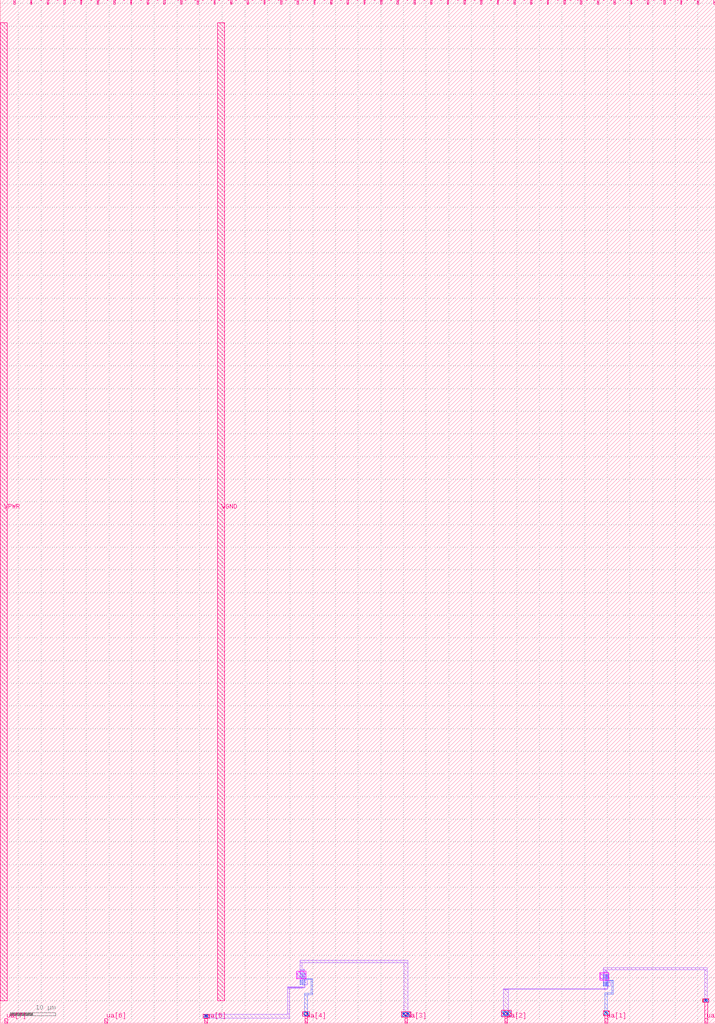
<source format=lef>
VERSION 5.7 ;
  NOWIREEXTENSIONATPIN ON ;
  DIVIDERCHAR "/" ;
  BUSBITCHARS "[]" ;
MACRO tt_um_ardratag_tt_relu
  CLASS BLOCK ;
  FOREIGN tt_um_ardratag_tt_relu ;
  ORIGIN -1.000 0.000 ;
  SIZE 157.850 BY 225.760 ;
  PIN clk
    DIRECTION INPUT ;
    USE SIGNAL ;
    PORT
      LAYER met4 ;
        RECT 154.870 224.760 155.170 225.760 ;
    END
  END clk
  PIN ena
    DIRECTION INPUT ;
    USE SIGNAL ;
    PORT
      LAYER met4 ;
        RECT 158.550 224.760 158.850 225.760 ;
    END
  END ena
  PIN rst_n
    DIRECTION INPUT ;
    USE SIGNAL ;
    PORT
      LAYER met4 ;
        RECT 151.190 224.760 151.490 225.760 ;
    END
  END rst_n
  PIN ua[0]
    DIRECTION INOUT ;
    USE SIGNAL ;
    PORT
      LAYER met4 ;
        RECT 156.560 0.000 157.160 1.000 ;
    END
  END ua[0]
  PIN ua[1]
    DIRECTION INOUT ;
    USE SIGNAL ;
    PORT
      LAYER met4 ;
        RECT 134.480 0.000 135.080 1.000 ;
    END
  END ua[1]
  PIN ua[2]
    DIRECTION INOUT ;
    USE SIGNAL ;
    PORT
      LAYER met4 ;
        RECT 112.400 0.000 113.000 1.000 ;
    END
  END ua[2]
  PIN ua[3]
    DIRECTION INOUT ;
    USE SIGNAL ;
    PORT
      LAYER met4 ;
        RECT 90.320 0.000 90.920 1.000 ;
    END
  END ua[3]
  PIN ua[4]
    DIRECTION INOUT ;
    USE SIGNAL ;
    PORT
      LAYER met4 ;
        RECT 68.240 0.000 68.840 1.000 ;
    END
  END ua[4]
  PIN ua[5]
    DIRECTION INOUT ;
    USE SIGNAL ;
    PORT
      LAYER met4 ;
        RECT 46.160 0.000 46.760 1.000 ;
    END
  END ua[5]
  PIN ua[6]
    DIRECTION INOUT ;
    USE SIGNAL ;
    PORT
      LAYER met4 ;
        RECT 24.080 0.000 24.680 1.000 ;
    END
  END ua[6]
  PIN ua[7]
    DIRECTION INOUT ;
    USE SIGNAL ;
    PORT
      LAYER met4 ;
        RECT 2.000 0.000 2.600 1.000 ;
    END
  END ua[7]
  PIN ui_in[0]
    DIRECTION INPUT ;
    USE SIGNAL ;
    PORT
      LAYER met4 ;
        RECT 147.510 224.760 147.810 225.760 ;
    END
  END ui_in[0]
  PIN ui_in[1]
    DIRECTION INPUT ;
    USE SIGNAL ;
    PORT
      LAYER met4 ;
        RECT 143.830 224.760 144.130 225.760 ;
    END
  END ui_in[1]
  PIN ui_in[2]
    DIRECTION INPUT ;
    USE SIGNAL ;
    PORT
      LAYER met4 ;
        RECT 140.150 224.760 140.450 225.760 ;
    END
  END ui_in[2]
  PIN ui_in[3]
    DIRECTION INPUT ;
    USE SIGNAL ;
    PORT
      LAYER met4 ;
        RECT 136.470 224.760 136.770 225.760 ;
    END
  END ui_in[3]
  PIN ui_in[4]
    DIRECTION INPUT ;
    USE SIGNAL ;
    PORT
      LAYER met4 ;
        RECT 132.790 224.760 133.090 225.760 ;
    END
  END ui_in[4]
  PIN ui_in[5]
    DIRECTION INPUT ;
    USE SIGNAL ;
    PORT
      LAYER met4 ;
        RECT 129.110 224.760 129.410 225.760 ;
    END
  END ui_in[5]
  PIN ui_in[6]
    DIRECTION INPUT ;
    USE SIGNAL ;
    PORT
      LAYER met4 ;
        RECT 125.430 224.760 125.730 225.760 ;
    END
  END ui_in[6]
  PIN ui_in[7]
    DIRECTION INPUT ;
    USE SIGNAL ;
    PORT
      LAYER met4 ;
        RECT 121.750 224.760 122.050 225.760 ;
    END
  END ui_in[7]
  PIN uio_in[0]
    DIRECTION INPUT ;
    USE SIGNAL ;
    PORT
      LAYER met4 ;
        RECT 118.070 224.760 118.370 225.760 ;
    END
  END uio_in[0]
  PIN uio_in[1]
    DIRECTION INPUT ;
    USE SIGNAL ;
    PORT
      LAYER met4 ;
        RECT 114.390 224.760 114.690 225.760 ;
    END
  END uio_in[1]
  PIN uio_in[2]
    DIRECTION INPUT ;
    USE SIGNAL ;
    PORT
      LAYER met4 ;
        RECT 110.710 224.760 111.010 225.760 ;
    END
  END uio_in[2]
  PIN uio_in[3]
    DIRECTION INPUT ;
    USE SIGNAL ;
    PORT
      LAYER met4 ;
        RECT 107.030 224.760 107.330 225.760 ;
    END
  END uio_in[3]
  PIN uio_in[4]
    DIRECTION INPUT ;
    USE SIGNAL ;
    PORT
      LAYER met4 ;
        RECT 103.350 224.760 103.650 225.760 ;
    END
  END uio_in[4]
  PIN uio_in[5]
    DIRECTION INPUT ;
    USE SIGNAL ;
    PORT
      LAYER met4 ;
        RECT 99.670 224.760 99.970 225.760 ;
    END
  END uio_in[5]
  PIN uio_in[6]
    DIRECTION INPUT ;
    USE SIGNAL ;
    PORT
      LAYER met4 ;
        RECT 95.990 224.760 96.290 225.760 ;
    END
  END uio_in[6]
  PIN uio_in[7]
    DIRECTION INPUT ;
    USE SIGNAL ;
    PORT
      LAYER met4 ;
        RECT 92.310 224.760 92.610 225.760 ;
    END
  END uio_in[7]
  PIN uio_oe[0]
    DIRECTION OUTPUT TRISTATE ;
    USE SIGNAL ;
    PORT
      LAYER met4 ;
        RECT 29.750 224.760 30.050 225.760 ;
    END
  END uio_oe[0]
  PIN uio_oe[1]
    DIRECTION OUTPUT TRISTATE ;
    USE SIGNAL ;
    PORT
      LAYER met4 ;
        RECT 26.070 224.760 26.370 225.760 ;
    END
  END uio_oe[1]
  PIN uio_oe[2]
    DIRECTION OUTPUT TRISTATE ;
    USE SIGNAL ;
    PORT
      LAYER met4 ;
        RECT 22.390 224.760 22.690 225.760 ;
    END
  END uio_oe[2]
  PIN uio_oe[3]
    DIRECTION OUTPUT TRISTATE ;
    USE SIGNAL ;
    PORT
      LAYER met4 ;
        RECT 18.710 224.760 19.010 225.760 ;
    END
  END uio_oe[3]
  PIN uio_oe[4]
    DIRECTION OUTPUT TRISTATE ;
    USE SIGNAL ;
    PORT
      LAYER met4 ;
        RECT 15.030 224.760 15.330 225.760 ;
    END
  END uio_oe[4]
  PIN uio_oe[5]
    DIRECTION OUTPUT TRISTATE ;
    USE SIGNAL ;
    PORT
      LAYER met4 ;
        RECT 11.350 224.760 11.650 225.760 ;
    END
  END uio_oe[5]
  PIN uio_oe[6]
    DIRECTION OUTPUT TRISTATE ;
    USE SIGNAL ;
    PORT
      LAYER met4 ;
        RECT 7.670 224.760 7.970 225.760 ;
    END
  END uio_oe[6]
  PIN uio_oe[7]
    DIRECTION OUTPUT TRISTATE ;
    USE SIGNAL ;
    PORT
      LAYER met4 ;
        RECT 3.990 224.760 4.290 225.760 ;
    END
  END uio_oe[7]
  PIN uio_out[0]
    DIRECTION OUTPUT TRISTATE ;
    USE SIGNAL ;
    PORT
      LAYER met4 ;
        RECT 59.190 224.760 59.490 225.760 ;
    END
  END uio_out[0]
  PIN uio_out[1]
    DIRECTION OUTPUT TRISTATE ;
    USE SIGNAL ;
    PORT
      LAYER met4 ;
        RECT 55.510 224.760 55.810 225.760 ;
    END
  END uio_out[1]
  PIN uio_out[2]
    DIRECTION OUTPUT TRISTATE ;
    USE SIGNAL ;
    PORT
      LAYER met4 ;
        RECT 51.830 224.760 52.130 225.760 ;
    END
  END uio_out[2]
  PIN uio_out[3]
    DIRECTION OUTPUT TRISTATE ;
    USE SIGNAL ;
    PORT
      LAYER met4 ;
        RECT 48.150 224.760 48.450 225.760 ;
    END
  END uio_out[3]
  PIN uio_out[4]
    DIRECTION OUTPUT TRISTATE ;
    USE SIGNAL ;
    PORT
      LAYER met4 ;
        RECT 44.470 224.760 44.770 225.760 ;
    END
  END uio_out[4]
  PIN uio_out[5]
    DIRECTION OUTPUT TRISTATE ;
    USE SIGNAL ;
    PORT
      LAYER met4 ;
        RECT 40.790 224.760 41.090 225.760 ;
    END
  END uio_out[5]
  PIN uio_out[6]
    DIRECTION OUTPUT TRISTATE ;
    USE SIGNAL ;
    PORT
      LAYER met4 ;
        RECT 37.110 224.760 37.410 225.760 ;
    END
  END uio_out[6]
  PIN uio_out[7]
    DIRECTION OUTPUT TRISTATE ;
    USE SIGNAL ;
    PORT
      LAYER met4 ;
        RECT 33.430 224.760 33.730 225.760 ;
    END
  END uio_out[7]
  PIN uo_out[0]
    DIRECTION OUTPUT TRISTATE ;
    USE SIGNAL ;
    PORT
      LAYER met4 ;
        RECT 88.630 224.760 88.930 225.760 ;
    END
  END uo_out[0]
  PIN uo_out[1]
    DIRECTION OUTPUT TRISTATE ;
    USE SIGNAL ;
    PORT
      LAYER met4 ;
        RECT 84.950 224.760 85.250 225.760 ;
    END
  END uo_out[1]
  PIN uo_out[2]
    DIRECTION OUTPUT TRISTATE ;
    USE SIGNAL ;
    PORT
      LAYER met4 ;
        RECT 81.270 224.760 81.570 225.760 ;
    END
  END uo_out[2]
  PIN uo_out[3]
    DIRECTION OUTPUT TRISTATE ;
    USE SIGNAL ;
    PORT
      LAYER met4 ;
        RECT 77.590 224.760 77.890 225.760 ;
    END
  END uo_out[3]
  PIN uo_out[4]
    DIRECTION OUTPUT TRISTATE ;
    USE SIGNAL ;
    PORT
      LAYER met4 ;
        RECT 73.910 224.760 74.210 225.760 ;
    END
  END uo_out[4]
  PIN uo_out[5]
    DIRECTION OUTPUT TRISTATE ;
    USE SIGNAL ;
    PORT
      LAYER met4 ;
        RECT 70.230 224.760 70.530 225.760 ;
    END
  END uo_out[5]
  PIN uo_out[6]
    DIRECTION OUTPUT TRISTATE ;
    USE SIGNAL ;
    PORT
      LAYER met4 ;
        RECT 66.550 224.760 66.850 225.760 ;
    END
  END uo_out[6]
  PIN uo_out[7]
    DIRECTION OUTPUT TRISTATE ;
    USE SIGNAL ;
    PORT
      LAYER met4 ;
        RECT 62.870 224.760 63.170 225.760 ;
    END
  END uo_out[7]
  PIN VPWR
    DIRECTION INOUT ;
    USE POWER ;
    PORT
      LAYER met4 ;
        RECT 1.000 5.000 2.500 220.760 ;
    END
  END VPWR
  PIN VGND
    DIRECTION INOUT ;
    USE GROUND ;
    PORT
      LAYER met4 ;
        RECT 49.000 5.000 50.500 220.760 ;
    END
  END VGND
  OBS
      LAYER nwell ;
        RECT 66.450 9.840 68.520 11.460 ;
        RECT 133.330 9.520 135.400 11.140 ;
      LAYER li1 ;
        RECT 90.150 13.925 90.990 13.930 ;
        RECT 67.230 13.345 90.990 13.925 ;
        RECT 67.230 11.760 67.590 13.345 ;
        RECT 67.820 11.760 68.160 11.860 ;
        RECT 67.230 11.580 68.160 11.760 ;
        RECT 67.230 11.150 67.400 11.580 ;
        RECT 67.820 11.510 68.160 11.580 ;
        RECT 66.630 10.150 67.400 11.150 ;
        RECT 67.230 8.470 67.400 10.150 ;
        RECT 67.670 10.130 67.840 11.170 ;
        RECT 67.670 8.470 67.840 9.510 ;
        RECT 68.110 9.490 68.280 11.170 ;
        RECT 68.110 8.490 68.780 9.490 ;
        RECT 64.380 7.960 67.710 8.060 ;
        RECT 68.110 7.960 68.280 8.490 ;
        RECT 64.380 7.790 68.280 7.960 ;
        RECT 64.380 7.700 67.710 7.790 ;
        RECT 64.380 2.040 64.840 7.700 ;
        RECT 90.150 2.590 90.990 13.345 ;
        RECT 134.110 11.750 157.130 12.280 ;
        RECT 134.110 11.440 134.530 11.750 ;
        RECT 134.700 11.440 135.040 11.540 ;
        RECT 134.110 11.270 135.040 11.440 ;
        RECT 134.110 10.830 134.280 11.270 ;
        RECT 134.700 11.190 135.040 11.270 ;
        RECT 133.510 9.830 134.280 10.830 ;
        RECT 134.110 8.150 134.280 9.830 ;
        RECT 134.550 9.810 134.720 10.850 ;
        RECT 134.550 8.150 134.720 9.190 ;
        RECT 134.990 9.170 135.160 10.850 ;
        RECT 134.990 8.170 135.660 9.170 ;
        RECT 112.120 7.640 130.480 7.660 ;
        RECT 134.240 7.640 134.590 7.740 ;
        RECT 134.990 7.640 135.160 8.170 ;
        RECT 112.120 7.480 135.160 7.640 ;
        RECT 112.120 7.470 122.990 7.480 ;
        RECT 128.160 7.470 135.160 7.480 ;
        RECT 112.120 7.430 113.200 7.470 ;
        RECT 112.120 2.850 113.190 7.430 ;
        RECT 134.240 7.380 134.590 7.470 ;
        RECT 156.550 5.460 157.130 11.750 ;
        RECT 156.140 4.650 157.460 5.460 ;
        RECT 45.750 1.070 64.840 2.040 ;
        RECT 89.590 1.280 91.650 2.590 ;
        RECT 111.600 1.470 113.850 2.850 ;
      LAYER mcon ;
        RECT 67.230 10.210 67.400 11.090 ;
        RECT 67.670 10.210 67.840 11.090 ;
        RECT 68.110 10.210 68.280 11.090 ;
        RECT 67.230 8.550 67.400 9.430 ;
        RECT 67.670 8.550 67.840 9.430 ;
        RECT 68.110 8.550 68.280 9.430 ;
        RECT 134.110 9.890 134.280 10.770 ;
        RECT 134.550 9.890 134.720 10.770 ;
        RECT 134.990 9.890 135.160 10.770 ;
        RECT 134.110 8.230 134.280 9.110 ;
        RECT 134.550 8.230 134.720 9.110 ;
        RECT 134.990 8.230 135.160 9.110 ;
        RECT 156.530 4.830 157.110 5.320 ;
        RECT 46.090 1.270 46.800 1.900 ;
        RECT 89.890 1.570 91.220 2.360 ;
        RECT 112.120 1.720 113.170 2.570 ;
      LAYER met1 ;
        RECT 67.200 10.150 67.430 11.150 ;
        RECT 67.640 9.800 67.870 11.150 ;
        RECT 68.080 10.150 68.310 11.150 ;
        RECT 134.080 9.830 134.310 10.830 ;
        RECT 67.640 9.660 69.930 9.800 ;
        RECT 67.200 8.490 67.430 9.490 ;
        RECT 67.640 8.490 67.870 9.490 ;
        RECT 68.080 8.490 68.310 9.490 ;
        RECT 69.650 6.650 69.930 9.660 ;
        RECT 134.520 9.480 134.750 10.830 ;
        RECT 134.960 9.830 135.190 10.830 ;
        RECT 134.520 9.340 136.300 9.480 ;
        RECT 134.080 8.170 134.310 9.170 ;
        RECT 134.520 8.170 134.750 9.170 ;
        RECT 134.960 8.170 135.190 9.170 ;
        RECT 136.030 6.690 136.300 9.340 ;
        RECT 68.150 6.320 69.930 6.650 ;
        RECT 134.470 6.350 136.300 6.690 ;
        RECT 68.150 2.570 68.880 6.320 ;
        RECT 68.150 2.560 68.950 2.570 ;
        RECT 45.750 1.070 47.180 2.040 ;
        RECT 67.740 1.500 69.320 2.560 ;
        RECT 89.590 1.280 91.650 2.590 ;
        RECT 111.600 1.470 113.850 2.850 ;
        RECT 134.470 2.800 135.060 6.350 ;
        RECT 156.140 4.650 157.460 5.460 ;
        RECT 134.110 1.700 135.430 2.800 ;
      LAYER via ;
        RECT 46.090 1.270 46.800 1.900 ;
        RECT 68.150 1.690 68.890 2.410 ;
        RECT 89.890 1.570 91.220 2.360 ;
        RECT 156.530 4.830 157.110 5.320 ;
        RECT 112.120 1.720 113.170 2.570 ;
        RECT 134.470 2.010 135.070 2.570 ;
      LAYER met2 ;
        RECT 156.140 4.650 157.460 5.460 ;
        RECT 45.750 1.070 47.180 2.040 ;
        RECT 67.740 1.500 69.320 2.560 ;
        RECT 89.590 1.280 91.650 2.590 ;
        RECT 111.600 1.470 113.850 2.850 ;
        RECT 134.110 1.700 135.430 2.800 ;
      LAYER via2 ;
        RECT 156.530 4.830 157.110 5.320 ;
        RECT 46.090 1.270 46.800 1.900 ;
        RECT 68.150 1.690 68.890 2.410 ;
        RECT 89.890 1.570 91.220 2.360 ;
        RECT 112.120 1.720 113.170 2.570 ;
        RECT 134.470 2.010 135.070 2.570 ;
      LAYER met3 ;
        RECT 156.140 4.650 157.460 5.460 ;
        RECT 45.750 1.070 47.180 2.040 ;
        RECT 67.740 1.500 69.320 2.560 ;
        RECT 89.590 1.280 91.650 2.590 ;
        RECT 111.600 1.470 113.850 2.850 ;
        RECT 134.110 1.700 135.430 2.800 ;
      LAYER via3 ;
        RECT 156.530 4.830 157.110 5.320 ;
        RECT 46.090 1.270 46.800 1.900 ;
        RECT 68.150 1.690 68.890 2.410 ;
        RECT 89.890 1.570 91.220 2.360 ;
        RECT 112.120 1.720 113.170 2.570 ;
        RECT 134.470 2.010 135.070 2.570 ;
      LAYER met4 ;
        RECT 156.150 4.650 157.460 5.450 ;
        RECT 45.750 1.070 47.180 2.040 ;
        RECT 67.740 1.500 69.320 2.560 ;
        RECT 46.150 1.000 46.770 1.070 ;
        RECT 68.240 1.000 68.840 1.500 ;
        RECT 89.590 1.280 91.650 2.590 ;
        RECT 111.600 1.470 113.850 2.850 ;
        RECT 134.110 1.700 135.430 2.800 ;
        RECT 90.320 1.000 90.930 1.280 ;
        RECT 112.400 1.000 113.010 1.470 ;
        RECT 134.480 1.000 135.080 1.700 ;
        RECT 156.560 1.000 157.160 4.650 ;
        RECT 46.150 0.990 46.160 1.000 ;
        RECT 46.760 0.990 46.770 1.000 ;
        RECT 90.920 0.990 90.930 1.000 ;
  END
END tt_um_ardratag_tt_relu
END LIBRARY


</source>
